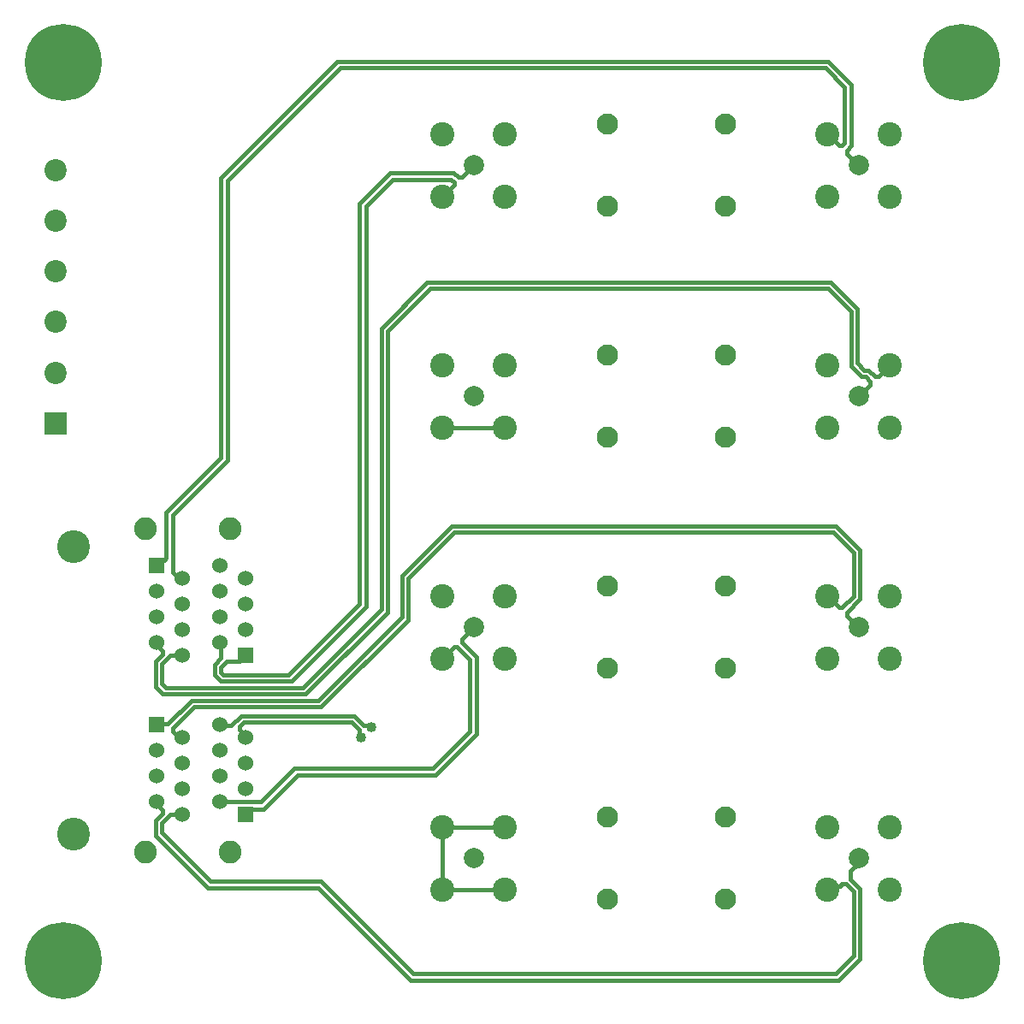
<source format=gtl>
G04*
G04 #@! TF.GenerationSoftware,Altium Limited,Altium Designer,19.1.8 (144)*
G04*
G04 Layer_Physical_Order=1*
G04 Layer_Color=255*
%FSLAX25Y25*%
%MOIN*%
G70*
G01*
G75*
%ADD13C,0.01500*%
%ADD25C,0.06000*%
%ADD26C,0.07874*%
%ADD27C,0.09449*%
%ADD28C,0.08268*%
%ADD29C,0.03000*%
%ADD30C,0.30000*%
%ADD31C,0.08661*%
%ADD32R,0.08661X0.08661*%
%ADD33C,0.12795*%
%ADD34C,0.08858*%
%ADD35R,0.06000X0.06000*%
%ADD36C,0.04000*%
D13*
X162798Y293798D02*
X184000Y315000D01*
X162798Y271484D02*
Y293798D01*
X184000Y315000D02*
Y424000D01*
X181500Y316036D02*
Y425035D01*
X160298Y294834D02*
X181500Y316036D01*
X160298Y277129D02*
Y294834D01*
X261965Y384500D02*
X419035D01*
X244000Y257000D02*
Y366535D01*
X261965Y384500D01*
X263000Y382000D02*
X418000D01*
X246500Y365500D02*
X263000Y382000D01*
X246500Y255964D02*
Y365500D01*
X235500Y415035D02*
X247616Y427152D01*
X235500Y412964D02*
Y415035D01*
Y412964D02*
X235500Y259035D01*
X207964Y231500D02*
X235500Y259035D01*
X238000Y414000D02*
X248652Y424652D01*
X238000Y414000D02*
X238000Y258000D01*
X209000Y229000D02*
X238000Y258000D01*
X273576Y242333D02*
X278500Y237409D01*
Y209500D02*
Y237409D01*
X264152Y195152D02*
X278500Y209500D01*
X275344Y244101D02*
X281000Y238445D01*
Y208465D02*
Y238445D01*
X265187Y192652D02*
X281000Y208465D01*
X211652Y192652D02*
X265187D01*
X210152Y195152D02*
X264152D01*
X426768Y151768D02*
X430500Y148036D01*
X422036Y112500D02*
X430500Y120965D01*
Y148036D01*
X425000Y150000D02*
X428000Y147000D01*
Y122000D02*
Y147000D01*
X421000Y115000D02*
X428000Y122000D01*
X255500Y112500D02*
X422036D01*
X256536Y115000D02*
X421000D01*
X271464Y289500D02*
X421035D01*
X425344Y255899D02*
X430500Y261055D01*
X421035Y289500D02*
X430500Y280035D01*
Y261055D02*
Y280035D01*
X420000Y287000D02*
X428000Y279000D01*
Y262091D02*
Y279000D01*
X423576Y257667D02*
X428000Y262091D01*
X272500Y287000D02*
X420000D01*
X429500Y353000D02*
Y374036D01*
X419035Y384500D02*
X429500Y374036D01*
X427000Y351964D02*
Y373000D01*
X418000Y382000D02*
X427000Y373000D01*
X197000Y182000D02*
X210152Y195152D01*
X181000Y182000D02*
X197000D01*
X198250Y179250D02*
X211652Y192652D01*
X193250Y179250D02*
X198250D01*
X267677Y147677D02*
X292323D01*
X267677D02*
Y172323D01*
X292323D01*
X267677Y327677D02*
X292323D01*
X272333Y242333D02*
X273576D01*
X267677Y237677D02*
X272333Y242333D01*
X267677Y237677D02*
X267677D01*
X275344Y244101D02*
Y245344D01*
X280000Y250000D01*
X191000Y177000D02*
X193250Y179250D01*
X423651Y150000D02*
X425000D01*
X422849Y149198D02*
X423651Y150000D01*
X419198Y149198D02*
X422849D01*
X417677Y147677D02*
X419198Y149198D01*
X426768Y151768D02*
Y155043D01*
X430000Y158275D01*
Y160000D01*
X219500Y148500D02*
X255500Y112500D01*
X177500Y151000D02*
X220535D01*
X256536Y115000D01*
X176464Y148500D02*
X219500D01*
X158500Y170000D02*
X177500Y151000D01*
X156000Y168965D02*
Y174870D01*
Y168965D02*
X176464Y148500D01*
X158500Y170000D02*
Y173835D01*
X166250Y177250D02*
X166500Y177000D01*
X161916Y177250D02*
X166250D01*
X158500Y173835D02*
X161916Y177250D01*
X156500Y181130D02*
Y182000D01*
Y181130D02*
X158759Y178871D01*
Y177629D02*
Y178871D01*
X156000Y174870D02*
X158759Y177629D01*
X189334Y215500D02*
X233510D01*
X237146Y211864D01*
X239621D01*
X240243Y211243D01*
X190370Y213000D02*
X232475D01*
X235379Y210096D01*
Y207621D02*
Y210096D01*
Y207621D02*
X236000Y207000D01*
X181000Y212000D02*
X181250Y211750D01*
X185584D01*
X189334Y215500D01*
X191000Y207000D02*
Y207870D01*
X188741Y210129D02*
X191000Y207870D01*
X188741Y210129D02*
Y211371D01*
X190370Y213000D01*
X417677Y262323D02*
X422333Y257667D01*
X423576D01*
X425344Y254656D02*
X430000Y250000D01*
X425344Y254656D02*
Y255899D01*
X254500Y269000D02*
X272500Y287000D01*
X252000Y270036D02*
X271464Y289500D01*
X252000Y254000D02*
Y270036D01*
X254500Y252964D02*
Y269000D01*
X220535Y219000D02*
X254500Y252964D01*
X219500Y221500D02*
X252000Y254000D01*
X171072Y219000D02*
X220535D01*
X170036Y221500D02*
X219500D01*
X162798Y210726D02*
X171072Y219000D01*
X162798Y209484D02*
Y210726D01*
Y209484D02*
X165282Y207000D01*
X166500D01*
X160871Y212335D02*
X170036Y221500D01*
X156835Y212335D02*
X160871D01*
X156500Y212000D02*
X156835Y212335D01*
X213500Y226500D02*
X244000Y257000D01*
X160000Y226500D02*
X213500D01*
X158500Y228000D02*
X160000Y226500D01*
X214535Y224000D02*
X246500Y255964D01*
X158965Y224000D02*
X214535D01*
X156000Y226964D02*
X158965Y224000D01*
X181465Y229000D02*
X209000D01*
X179121Y231343D02*
X181465Y229000D01*
X182500Y231500D02*
X207964D01*
X181621Y232379D02*
X182500Y231500D01*
X429500Y353000D02*
X432263Y350237D01*
X433853D01*
X436424Y347667D01*
X437667D01*
X442323Y352323D01*
X442323D01*
X427000Y351964D02*
X431227Y347737D01*
X432818D01*
X434656Y345899D01*
Y344656D02*
Y345899D01*
X430000Y340000D02*
X434656Y344656D01*
X156000Y226964D02*
Y236870D01*
X158500Y228000D02*
Y235835D01*
X166250Y239250D02*
X166500Y239000D01*
X161916Y239250D02*
X166250D01*
X158500Y235835D02*
X161916Y239250D01*
X156500Y243130D02*
Y244000D01*
Y243130D02*
X158759Y240871D01*
Y239629D02*
Y240871D01*
X156000Y236870D02*
X158759Y239629D01*
X181621Y234586D02*
X183785Y236750D01*
X188750D01*
X191000Y239000D01*
X181500Y238000D02*
Y243500D01*
X181000Y244000D02*
X181500Y243500D01*
X179121Y231343D02*
Y235621D01*
X181500Y238000D01*
X181621Y232379D02*
Y234586D01*
X267677Y417677D02*
X272333Y422333D01*
Y423576D01*
X271258Y424652D02*
X272333Y423576D01*
X248652Y424652D02*
X271258D01*
X275344Y425344D02*
X280000Y430000D01*
X274101Y425344D02*
X275344D01*
X272293Y427152D02*
X274101Y425344D01*
X247616Y427152D02*
X272293D01*
X162798Y271484D02*
X165282Y269000D01*
X166500D01*
X159420Y276250D02*
X160298Y277129D01*
X158750Y276250D02*
X159420D01*
X156500Y274000D02*
X158750Y276250D01*
X228000Y468000D02*
X417000D01*
X184000Y424000D02*
X228000Y468000D01*
X226964Y470500D02*
X418036D01*
X181500Y425035D02*
X226964Y470500D01*
X417677Y442323D02*
X422333Y437667D01*
X423576D01*
X424652Y438742D01*
Y460348D01*
X417000Y468000D02*
X424652Y460348D01*
X425344Y434656D02*
X430000Y430000D01*
X425344Y434656D02*
Y435899D01*
X427152Y437707D01*
Y461384D01*
X418036Y470500D02*
X427152Y461384D01*
D25*
X191000Y207000D02*
D03*
X181000Y212000D02*
D03*
X191000Y187000D02*
D03*
Y197000D02*
D03*
X181000Y202000D02*
D03*
Y192000D02*
D03*
Y182000D02*
D03*
X156500D02*
D03*
Y192000D02*
D03*
Y202000D02*
D03*
X166500Y177000D02*
D03*
Y207000D02*
D03*
Y197000D02*
D03*
Y187000D02*
D03*
X191000Y249000D02*
D03*
Y259000D02*
D03*
Y269000D02*
D03*
X181000Y274000D02*
D03*
Y264000D02*
D03*
Y254000D02*
D03*
Y244000D02*
D03*
X156500D02*
D03*
Y254000D02*
D03*
Y264000D02*
D03*
X166500Y269000D02*
D03*
Y259000D02*
D03*
Y239000D02*
D03*
Y249000D02*
D03*
D26*
X430000Y430000D02*
D03*
Y340000D02*
D03*
Y250000D02*
D03*
Y160000D02*
D03*
X280000D02*
D03*
Y250000D02*
D03*
Y340000D02*
D03*
Y430000D02*
D03*
D27*
X417677Y442323D02*
D03*
X442323D02*
D03*
Y417677D02*
D03*
X417677D02*
D03*
Y352323D02*
D03*
X442323D02*
D03*
Y327677D02*
D03*
X417677D02*
D03*
Y262323D02*
D03*
X442323D02*
D03*
Y237677D02*
D03*
X417677D02*
D03*
Y172323D02*
D03*
X442323D02*
D03*
Y147677D02*
D03*
X417677D02*
D03*
X267677Y172323D02*
D03*
X292323D02*
D03*
Y147677D02*
D03*
X267677D02*
D03*
Y262323D02*
D03*
X292323D02*
D03*
Y237677D02*
D03*
X267677D02*
D03*
Y352323D02*
D03*
X292323D02*
D03*
Y327677D02*
D03*
X267677D02*
D03*
Y442323D02*
D03*
X292323D02*
D03*
Y417677D02*
D03*
X267677D02*
D03*
D28*
X378000Y144000D02*
D03*
Y234000D02*
D03*
Y324000D02*
D03*
Y414000D02*
D03*
Y176000D02*
D03*
Y266000D02*
D03*
Y356000D02*
D03*
Y446000D02*
D03*
X332000Y144000D02*
D03*
Y234000D02*
D03*
Y324000D02*
D03*
Y414000D02*
D03*
Y176000D02*
D03*
Y266000D02*
D03*
Y356000D02*
D03*
Y446000D02*
D03*
D29*
X129842Y125906D02*
D03*
X125906Y110158D02*
D03*
X110158Y114094D02*
D03*
X125906Y129842D02*
D03*
X129842Y114094D02*
D03*
X114094Y110158D02*
D03*
Y129842D02*
D03*
X110158Y125906D02*
D03*
X108750Y120000D02*
D03*
X120000Y108750D02*
D03*
X131250Y120000D02*
D03*
X120000Y131250D02*
D03*
X479843Y125906D02*
D03*
X475906Y110158D02*
D03*
X460157Y114094D02*
D03*
X475906Y129842D02*
D03*
X479843Y114094D02*
D03*
X464094Y110158D02*
D03*
Y129842D02*
D03*
X460157Y125906D02*
D03*
X458750Y120000D02*
D03*
X470000Y108750D02*
D03*
X481250Y120000D02*
D03*
X470000Y131250D02*
D03*
X479843Y475906D02*
D03*
X475906Y460157D02*
D03*
X460157Y464094D02*
D03*
X475906Y479843D02*
D03*
X479843Y464094D02*
D03*
X464094Y460157D02*
D03*
Y479843D02*
D03*
X460157Y475906D02*
D03*
X458750Y470000D02*
D03*
X470000Y458750D02*
D03*
X481250Y470000D02*
D03*
X470000Y481250D02*
D03*
X129842Y475906D02*
D03*
X125906Y460157D02*
D03*
X110158Y464094D02*
D03*
X125906Y479843D02*
D03*
X129842Y464094D02*
D03*
X114094Y460157D02*
D03*
Y479843D02*
D03*
X110158Y475906D02*
D03*
X108750Y470000D02*
D03*
X120000Y458750D02*
D03*
X131250Y470000D02*
D03*
X120000Y481250D02*
D03*
D30*
Y120000D02*
D03*
X470000D02*
D03*
Y470000D02*
D03*
X120000D02*
D03*
D31*
X117000Y408370D02*
D03*
Y428055D02*
D03*
Y388685D02*
D03*
Y369000D02*
D03*
Y349315D02*
D03*
D32*
Y329630D02*
D03*
D33*
X124000Y169500D02*
D03*
Y281500D02*
D03*
D34*
X185000Y288500D02*
D03*
X152000D02*
D03*
Y162500D02*
D03*
X185000D02*
D03*
D35*
X191000Y177000D02*
D03*
X156500Y212000D02*
D03*
X191000Y239000D02*
D03*
X156500Y274000D02*
D03*
D36*
X240243Y211243D02*
D03*
X236000Y207000D02*
D03*
M02*

</source>
